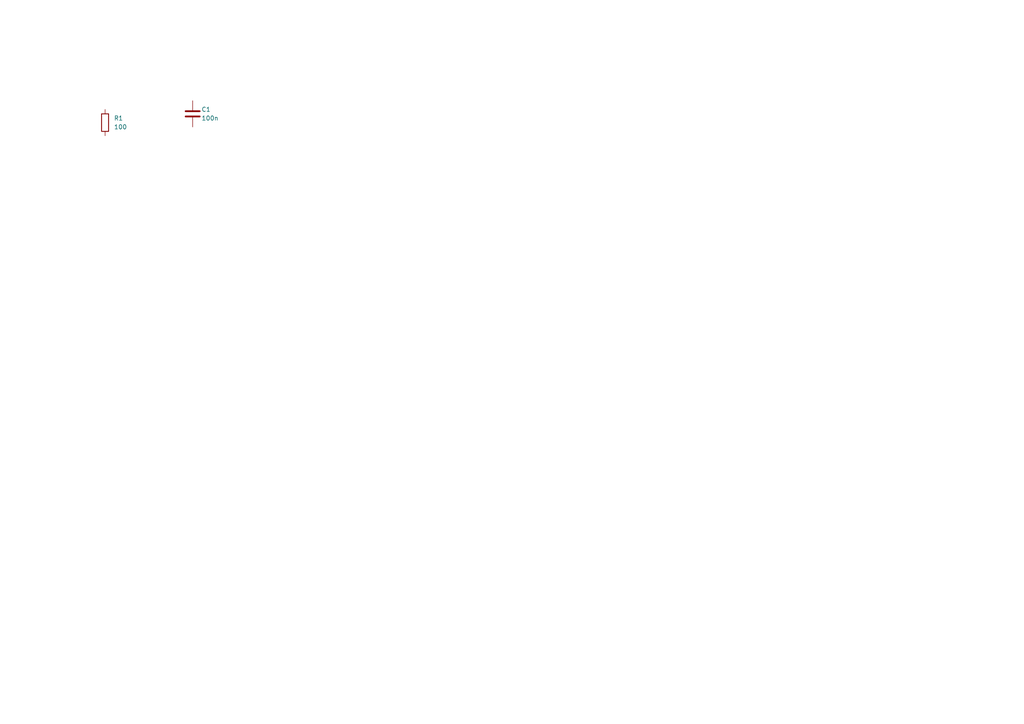
<source format=kicad_sch>
(kicad_sch (version 20250114) (generator "circuit_synth") (generator_version "0.8.36")
  (paper "A4")
  (title_block (title "annotated_circuit"))
  (lib_symbols
    (symbol "Device:R" (pin_numbers (hide yes)) (pin_names (offset 0))
      (property "Reference" "R" (at 2.032 0 90))
      (property "Value" "R" (at 0 0 90))
      (symbol "R_0_1"
        (rectangle (start -1.016 -2.54) (end 1.016 2.54) (stroke (width 0.254)))
      )
      (symbol "R_1_1"
        (pin passive line (at 0 3.81 270) (length 1.27) (name "~") (number "1"))
        (pin passive line (at 0 -3.81 90) (length 1.27) (name "~") (number "2"))
      )
    )
    (symbol "Device:C" (pin_numbers (hide yes)) (pin_names (offset 0.254))
      (property "Reference" "C" (at 0.635 2.54 0))
      (property "Value" "C" (at 0.635 -2.54 0))
      (symbol "C_0_1"
        (polyline (pts (xy -2.032 0.762) (xy 2.032 0.762)) (stroke (width 0.508)))
        (polyline (pts (xy -2.032 -0.762) (xy 2.032 -0.762)) (stroke (width 0.508)))
      )
      (symbol "C_1_1"
        (pin passive line (at 0 3.81 270) (length 2.794) (name "~") (number "1"))
        (pin passive line (at 0 -3.81 90) (length 2.794) (name "~") (number "2"))
      )
    )
  )
  (symbol (lib_id "Device:R") (at 30.48 35.56 0) (unit 1)
    (property "Reference" "R1" (at 33.02 34.2899 0) (effects (justify left)))
    (property "Value" "100" (at 33.02 36.8299 0) (effects (justify left)))
    (property "Footprint" "Resistor_SMD:R_0603_1608Metric" (effects (hide yes)))
    (property "hierarchy_path" "/1cb072d0-b73a-4134-931e-73b21f8ae16c" (effects (hide yes)))
    (property "project_name" "annotated_circuit" (effects (hide yes)))
    (property "root_uuid" "1cb072d0-b73a-4134-931e-73b21f8ae16c" (effects (hide yes)))
  )
  (symbol (lib_id "Device:C") (at 55.88 33.02 0) (unit 1)
    (property "Reference" "C1" (at 58.42 31.7499 0) (effects (justify left)))
    (property "Value" "100n" (at 58.42 34.2899 0) (effects (justify left)))
    (property "Footprint" "Capacitor_SMD:C_0603_1608Metric" (effects (hide yes)))
    (property "hierarchy_path" "/1cb072d0-b73a-4134-931e-73b21f8ae16c" (effects (hide yes)))
    (property "project_name" "annotated_circuit" (effects (hide yes)))
    (property "root_uuid" "1cb072d0-b73a-4134-931e-73b21f8ae16c" (effects (hide yes)))
  )
)
</source>
